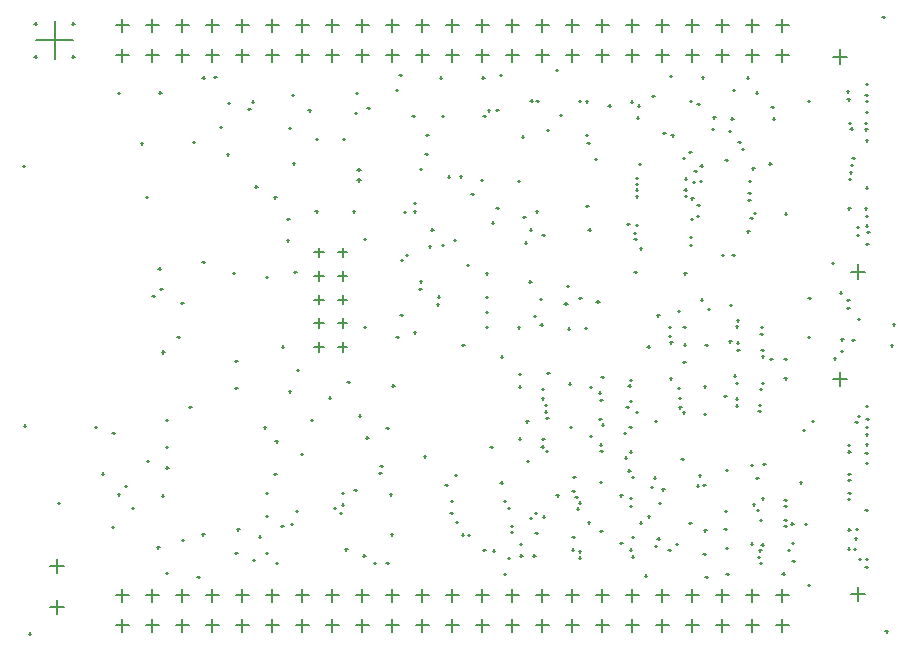
<source format=gbr>
%TF.GenerationSoftware,Altium Limited,Altium Designer,25.3.3 (18)*%
G04 Layer_Color=128*
%FSLAX45Y45*%
%MOMM*%
%TF.SameCoordinates,3F5801E6-D28E-45E5-A6F2-2741A7385EEC*%
%TF.FilePolarity,Positive*%
%TF.FileFunction,Drillmap*%
%TF.Part,Single*%
G01*
G75*
%TA.AperFunction,NonConductor*%
%ADD644C,0.12700*%
D644*
X8053000Y2275000D02*
X8173000D01*
X8113000Y2215000D02*
Y2335000D01*
X8203000Y455000D02*
X8323000D01*
X8263000Y395000D02*
Y515000D01*
X8053000Y5005000D02*
X8173000D01*
X8113000Y4945000D02*
Y5065000D01*
X8203000Y3185000D02*
X8323000D01*
X8263000Y3125000D02*
Y3245000D01*
X1977000Y190500D02*
X2087000D01*
X2032000Y135500D02*
Y245500D01*
X2231000Y190500D02*
X2341000D01*
X2286000Y135500D02*
Y245500D01*
X2485000Y190500D02*
X2595000D01*
X2540000Y135500D02*
Y245500D01*
X2739000Y190500D02*
X2849000D01*
X2794000Y135500D02*
Y245500D01*
X2993000Y190500D02*
X3103000D01*
X3048000Y135500D02*
Y245500D01*
X3247000Y190500D02*
X3357000D01*
X3302000Y135500D02*
Y245500D01*
X3501000Y190500D02*
X3611000D01*
X3556000Y135500D02*
Y245500D01*
X3755000Y190500D02*
X3865000D01*
X3810000Y135500D02*
Y245500D01*
X4009000Y190500D02*
X4119000D01*
X4064000Y135500D02*
Y245500D01*
X4263000Y190500D02*
X4373000D01*
X4318000Y135500D02*
Y245500D01*
X4517000Y190500D02*
X4627000D01*
X4572000Y135500D02*
Y245500D01*
X4771000Y190500D02*
X4881000D01*
X4826000Y135500D02*
Y245500D01*
X5025000Y190500D02*
X5135000D01*
X5080000Y135500D02*
Y245500D01*
X5279000Y190500D02*
X5389000D01*
X5334000Y135500D02*
Y245500D01*
X5533000Y190500D02*
X5643000D01*
X5588000Y135500D02*
Y245500D01*
X5787000Y190500D02*
X5897000D01*
X5842000Y135500D02*
Y245500D01*
X6041000Y190500D02*
X6151000D01*
X6096000Y135500D02*
Y245500D01*
X6295000Y190500D02*
X6405000D01*
X6350000Y135500D02*
Y245500D01*
X6549000Y190500D02*
X6659000D01*
X6604000Y135500D02*
Y245500D01*
X6803000Y190500D02*
X6913000D01*
X6858000Y135500D02*
Y245500D01*
X7057000Y190500D02*
X7167000D01*
X7112000Y135500D02*
Y245500D01*
X7311000Y190500D02*
X7421000D01*
X7366000Y135500D02*
Y245500D01*
X7565000Y190500D02*
X7675000D01*
X7620000Y135500D02*
Y245500D01*
X1977000Y444500D02*
X2087000D01*
X2032000Y389500D02*
Y499500D01*
X2231000Y444500D02*
X2341000D01*
X2286000Y389500D02*
Y499500D01*
X2485000Y444500D02*
X2595000D01*
X2540000Y389500D02*
Y499500D01*
X2739000Y444500D02*
X2849000D01*
X2794000Y389500D02*
Y499500D01*
X2993000Y444500D02*
X3103000D01*
X3048000Y389500D02*
Y499500D01*
X3247000Y444500D02*
X3357000D01*
X3302000Y389500D02*
Y499500D01*
X3501000Y444500D02*
X3611000D01*
X3556000Y389500D02*
Y499500D01*
X3755000Y444500D02*
X3865000D01*
X3810000Y389500D02*
Y499500D01*
X4009000Y444500D02*
X4119000D01*
X4064000Y389500D02*
Y499500D01*
X4263000Y444500D02*
X4373000D01*
X4318000Y389500D02*
Y499500D01*
X4517000Y444500D02*
X4627000D01*
X4572000Y389500D02*
Y499500D01*
X4771000Y444500D02*
X4881000D01*
X4826000Y389500D02*
Y499500D01*
X5025000Y444500D02*
X5135000D01*
X5080000Y389500D02*
Y499500D01*
X5279000Y444500D02*
X5389000D01*
X5334000Y389500D02*
Y499500D01*
X5533000Y444500D02*
X5643000D01*
X5588000Y389500D02*
Y499500D01*
X5787000Y444500D02*
X5897000D01*
X5842000Y389500D02*
Y499500D01*
X6041000Y444500D02*
X6151000D01*
X6096000Y389500D02*
Y499500D01*
X6295000Y444500D02*
X6405000D01*
X6350000Y389500D02*
Y499500D01*
X6549000Y444500D02*
X6659000D01*
X6604000Y389500D02*
Y499500D01*
X6803000Y444500D02*
X6913000D01*
X6858000Y389500D02*
Y499500D01*
X7057000Y444500D02*
X7167000D01*
X7112000Y389500D02*
Y499500D01*
X7311000Y444500D02*
X7421000D01*
X7366000Y389500D02*
Y499500D01*
X7565000Y444500D02*
X7675000D01*
X7620000Y389500D02*
Y499500D01*
X1977000Y5016500D02*
X2087000D01*
X2032000Y4961500D02*
Y5071500D01*
X2231000Y5016500D02*
X2341000D01*
X2286000Y4961500D02*
Y5071500D01*
X2485000Y5016500D02*
X2595000D01*
X2540000Y4961500D02*
Y5071500D01*
X2739000Y5016500D02*
X2849000D01*
X2794000Y4961500D02*
Y5071500D01*
X2993000Y5016500D02*
X3103000D01*
X3048000Y4961500D02*
Y5071500D01*
X3247000Y5016500D02*
X3357000D01*
X3302000Y4961500D02*
Y5071500D01*
X3501000Y5016500D02*
X3611000D01*
X3556000Y4961500D02*
Y5071500D01*
X3755000Y5016500D02*
X3865000D01*
X3810000Y4961500D02*
Y5071500D01*
X4009000Y5016500D02*
X4119000D01*
X4064000Y4961500D02*
Y5071500D01*
X4263000Y5016500D02*
X4373000D01*
X4318000Y4961500D02*
Y5071500D01*
X4517000Y5016500D02*
X4627000D01*
X4572000Y4961500D02*
Y5071500D01*
X4771000Y5016500D02*
X4881000D01*
X4826000Y4961500D02*
Y5071500D01*
X5025000Y5016500D02*
X5135000D01*
X5080000Y4961500D02*
Y5071500D01*
X5279000Y5016500D02*
X5389000D01*
X5334000Y4961500D02*
Y5071500D01*
X5533000Y5016500D02*
X5643000D01*
X5588000Y4961500D02*
Y5071500D01*
X5787000Y5016500D02*
X5897000D01*
X5842000Y4961500D02*
Y5071500D01*
X6041000Y5016500D02*
X6151000D01*
X6096000Y4961500D02*
Y5071500D01*
X6295000Y5016500D02*
X6405000D01*
X6350000Y4961500D02*
Y5071500D01*
X6549000Y5016500D02*
X6659000D01*
X6604000Y4961500D02*
Y5071500D01*
X6803000Y5016500D02*
X6913000D01*
X6858000Y4961500D02*
Y5071500D01*
X7057000Y5016500D02*
X7167000D01*
X7112000Y4961500D02*
Y5071500D01*
X7311000Y5016500D02*
X7421000D01*
X7366000Y4961500D02*
Y5071500D01*
X7565000Y5016500D02*
X7675000D01*
X7620000Y4961500D02*
Y5071500D01*
X1977000Y5270500D02*
X2087000D01*
X2032000Y5215500D02*
Y5325500D01*
X2231000Y5270500D02*
X2341000D01*
X2286000Y5215500D02*
Y5325500D01*
X2485000Y5270500D02*
X2595000D01*
X2540000Y5215500D02*
Y5325500D01*
X2739000Y5270500D02*
X2849000D01*
X2794000Y5215500D02*
Y5325500D01*
X2993000Y5270500D02*
X3103000D01*
X3048000Y5215500D02*
Y5325500D01*
X3247000Y5270500D02*
X3357000D01*
X3302000Y5215500D02*
Y5325500D01*
X3501000Y5270500D02*
X3611000D01*
X3556000Y5215500D02*
Y5325500D01*
X3755000Y5270500D02*
X3865000D01*
X3810000Y5215500D02*
Y5325500D01*
X4009000Y5270500D02*
X4119000D01*
X4064000Y5215500D02*
Y5325500D01*
X4263000Y5270500D02*
X4373000D01*
X4318000Y5215500D02*
Y5325500D01*
X4517000Y5270500D02*
X4627000D01*
X4572000Y5215500D02*
Y5325500D01*
X4771000Y5270500D02*
X4881000D01*
X4826000Y5215500D02*
Y5325500D01*
X5025000Y5270500D02*
X5135000D01*
X5080000Y5215500D02*
Y5325500D01*
X5279000Y5270500D02*
X5389000D01*
X5334000Y5215500D02*
Y5325500D01*
X5533000Y5270500D02*
X5643000D01*
X5588000Y5215500D02*
Y5325500D01*
X5787000Y5270500D02*
X5897000D01*
X5842000Y5215500D02*
Y5325500D01*
X6041000Y5270500D02*
X6151000D01*
X6096000Y5215500D02*
Y5325500D01*
X6295000Y5270500D02*
X6405000D01*
X6350000Y5215500D02*
Y5325500D01*
X6549000Y5270500D02*
X6659000D01*
X6604000Y5215500D02*
Y5325500D01*
X6803000Y5270500D02*
X6913000D01*
X6858000Y5215500D02*
Y5325500D01*
X7057000Y5270500D02*
X7167000D01*
X7112000Y5215500D02*
Y5325500D01*
X7311000Y5270500D02*
X7421000D01*
X7366000Y5215500D02*
Y5325500D01*
X7565000Y5270500D02*
X7675000D01*
X7620000Y5215500D02*
Y5325500D01*
X3860000Y2548000D02*
X3940000D01*
X3900000Y2508000D02*
Y2588000D01*
X3860000Y2748000D02*
X3940000D01*
X3900000Y2708000D02*
Y2788000D01*
X3860000Y2948000D02*
X3940000D01*
X3900000Y2908000D02*
Y2988000D01*
X3860000Y3148000D02*
X3940000D01*
X3900000Y3108000D02*
Y3187999D01*
X3860000Y3348000D02*
X3940000D01*
X3900000Y3308000D02*
Y3388000D01*
X3660000Y2548000D02*
X3740000D01*
X3700000Y2508000D02*
Y2588000D01*
X3660000Y2748000D02*
X3740000D01*
X3700000Y2708000D02*
Y2788000D01*
X3660000Y2948000D02*
X3740000D01*
X3700000Y2908000D02*
Y2988000D01*
X3660000Y3148000D02*
X3740000D01*
X3700000Y3108000D02*
Y3187999D01*
X3660000Y3348000D02*
X3740000D01*
X3700000Y3308000D02*
Y3388000D01*
X1300500Y5143500D02*
X1620500D01*
X1460500Y4983500D02*
Y5303500D01*
X1420000Y345000D02*
X1540000D01*
X1480000Y285000D02*
Y405000D01*
X1420000Y695000D02*
X1540000D01*
X1480000Y635000D02*
Y755000D01*
X8470000Y5340000D02*
X8490000D01*
X8480000Y5330000D02*
Y5350000D01*
X8495434Y138008D02*
X8515434D01*
X8505434Y128008D02*
Y148008D01*
X1240000Y120000D02*
X1260000D01*
X1250000Y110000D02*
Y130000D01*
X1200000Y1880000D02*
X1220000D01*
X1210000Y1870000D02*
Y1890000D01*
X1190000Y4080000D02*
X1210000D01*
X1200000Y4070000D02*
Y4090000D01*
X1608000Y5283500D02*
X1633000D01*
X1620500Y5271000D02*
Y5296000D01*
X1608000Y5003500D02*
X1633000D01*
X1620500Y4991000D02*
Y5016000D01*
X1288000Y5003500D02*
X1313000D01*
X1300500Y4991000D02*
Y5016000D01*
X1288000Y5283500D02*
X1313000D01*
X1300500Y5271000D02*
Y5296000D01*
X7230929Y2241556D02*
X7250929D01*
X7240929Y2231556D02*
Y2251556D01*
X7212160Y2303605D02*
X7232160D01*
X7222160Y2293605D02*
Y2313605D01*
X7140000Y4130000D02*
X7160000D01*
X7150000Y4120000D02*
Y4140000D01*
X7251104Y4282825D02*
X7271104D01*
X7261104Y4272825D02*
Y4292825D01*
X5235030Y1398108D02*
X5255030D01*
X5245030Y1388108D02*
Y1408108D01*
X8184093Y4442446D02*
X8204093D01*
X8194093Y4432446D02*
Y4452446D01*
X8198769Y4394648D02*
X8218769D01*
X8208769Y4384648D02*
Y4404648D01*
X8201155Y4088846D02*
X8221155D01*
X8211155Y4078846D02*
Y4098845D01*
X7325000Y3525000D02*
X7345000D01*
X7335000Y3515000D02*
Y3535000D01*
X6903922Y3746037D02*
X6923922D01*
X6913922Y3736037D02*
Y3756037D01*
X7109288Y3325269D02*
X7129288D01*
X7119288Y3315269D02*
Y3335269D01*
X6837227Y3410935D02*
X6857227D01*
X6847227Y3400935D02*
Y3420935D01*
X7368139Y4058678D02*
X7388139D01*
X7378139Y4048678D02*
Y4068678D01*
X7510656Y4099404D02*
X7530656D01*
X7520656Y4089404D02*
Y4109404D01*
X7280000Y4224024D02*
X7300000D01*
X7290000Y4214024D02*
Y4234024D01*
X7334231Y3790014D02*
X7354231D01*
X7344231Y3780014D02*
Y3800014D01*
X6921671Y3949987D02*
X6941671D01*
X6931671Y3939987D02*
Y3959987D01*
X7352427Y3638596D02*
X7372427D01*
X7362427Y3628596D02*
Y3648596D01*
X6778310Y4147500D02*
X6798310D01*
X6788310Y4137500D02*
Y4157500D01*
X6798750Y3972500D02*
X6818750D01*
X6808750Y3962500D02*
Y3982500D01*
X6034903Y4135789D02*
X6054903D01*
X6044903Y4125789D02*
Y4145789D01*
X6405725Y4094467D02*
X6425725D01*
X6415725Y4084467D02*
Y4104467D01*
X6308619Y3585892D02*
X6328619D01*
X6318619Y3575892D02*
Y3595892D01*
X6614225Y4358044D02*
X6634225D01*
X6624225Y4348044D02*
Y4368044D01*
X6878489Y4034141D02*
X6898489D01*
X6888489Y4024141D02*
Y4044141D01*
X6928426Y4082159D02*
X6948426D01*
X6938426Y4072159D02*
Y4092159D01*
X6864515Y3941800D02*
X6884515D01*
X6874515Y3931800D02*
Y3951800D01*
X6380801Y3979282D02*
X6400801D01*
X6390801Y3969282D02*
Y3989282D01*
X6379432Y3928233D02*
X6399432D01*
X6389432Y3918233D02*
Y3938233D01*
X6379152Y3878234D02*
X6399152D01*
X6389152Y3868234D02*
Y3888234D01*
X6382651Y3820726D02*
X6402651D01*
X6392651Y3810726D02*
Y3830726D01*
X6380368Y3579410D02*
X6400368D01*
X6390368Y3569410D02*
Y3589410D01*
X6794181Y3826477D02*
X6814181D01*
X6804181Y3816477D02*
Y3836477D01*
X7337745Y3949908D02*
X7357744D01*
X7347745Y3939908D02*
Y3959907D01*
X7335109Y3847507D02*
X7355109D01*
X7345109Y3837507D02*
Y3857507D01*
X7378744Y3682242D02*
X7398744D01*
X7388744Y3672242D02*
Y3692242D01*
X6792913Y3878659D02*
X6812913D01*
X6802913Y3868659D02*
Y3888659D01*
X6896429Y3655645D02*
X6916429D01*
X6906429Y3645645D02*
Y3665645D01*
X6851531Y3804879D02*
X6871531D01*
X6861531Y3794879D02*
Y3814879D01*
X6847500Y3632472D02*
X6867500D01*
X6857500Y3622472D02*
Y3642472D01*
X6367072Y3510077D02*
X6387072D01*
X6377072Y3500077D02*
Y3520077D01*
X6369912Y3458244D02*
X6389912D01*
X6379912Y3448244D02*
Y3468244D01*
X6415115Y3380763D02*
X6435115D01*
X6425115Y3370763D02*
Y3390763D01*
X6840392Y3479013D02*
X6860392D01*
X6850392Y3469013D02*
Y3489013D01*
X5300584Y1184630D02*
X5320584D01*
X5310584Y1174630D02*
Y1194630D01*
X5323995Y1030168D02*
X5343995D01*
X5333995Y1020168D02*
Y1040168D01*
X5324007Y980168D02*
X5344007D01*
X5334007Y970168D02*
Y990168D01*
X5532259Y972754D02*
X5552259D01*
X5542259Y962754D02*
Y982754D01*
X5526309Y1139368D02*
X5546309D01*
X5536309Y1129368D02*
Y1149368D01*
X5483139Y1097360D02*
X5503139D01*
X5493139Y1087360D02*
Y1107360D01*
X5265076Y1241599D02*
X5285076D01*
X5275076Y1231599D02*
Y1251599D01*
X6480986Y1111819D02*
X6500986D01*
X6490986Y1101819D02*
Y1121819D01*
X6348347Y1443955D02*
X6368347D01*
X6358347Y1433955D02*
Y1453955D01*
X6332677Y2267500D02*
X6352677D01*
X6342677Y2257500D02*
Y2277500D01*
X6319318Y2219318D02*
X6339318D01*
X6329318Y2209318D02*
Y2229318D01*
X6329316Y830684D02*
X6349316D01*
X6339316Y820684D02*
Y840684D01*
X6317098Y1500277D02*
X6337098D01*
X6327098Y1490277D02*
Y1510277D01*
X6534840Y1440914D02*
X6554840D01*
X6544840Y1430914D02*
Y1450914D01*
X6509012Y1363380D02*
X6529012D01*
X6519012Y1353380D02*
Y1373380D01*
X6330000Y1200000D02*
X6350000D01*
X6340000Y1190000D02*
Y1210000D01*
X6348075Y772333D02*
X6368075D01*
X6358075Y762333D02*
Y782333D01*
X6350226Y938720D02*
X6370226D01*
X6360226Y928720D02*
Y948720D01*
X6417969Y1060192D02*
X6437969D01*
X6427969Y1050192D02*
Y1070192D01*
X6330000Y1270000D02*
X6350000D01*
X6340000Y1260000D02*
Y1280000D01*
X6330000Y1660000D02*
X6350000D01*
X6340000Y1650000D02*
Y1670000D01*
X6076516Y1719997D02*
X6096516D01*
X6086516Y1709997D02*
Y1729997D01*
X6081832Y1666353D02*
X6101832D01*
X6091832Y1656353D02*
Y1676353D01*
X6091729Y1889729D02*
X6111729D01*
X6101729Y1879729D02*
Y1899729D01*
X6072317Y1936769D02*
X6092317D01*
X6082317Y1926769D02*
Y1946769D01*
X6280000Y1820000D02*
X6300000D01*
X6290000Y1810000D02*
Y1830000D01*
X6069641Y2160608D02*
X6089641D01*
X6079641Y2150608D02*
Y2170608D01*
X6089988Y2289995D02*
X6109988D01*
X6099988Y2279995D02*
Y2299995D01*
X6080000Y2100000D02*
X6100000D01*
X6090000Y2090000D02*
Y2110000D01*
X6330000Y2090000D02*
X6350000D01*
X6340000Y2080000D02*
Y2100000D01*
X6301611Y2039769D02*
X6321611D01*
X6311611Y2029769D02*
Y2049769D01*
X7414361Y770318D02*
X7434361D01*
X7424361Y760318D02*
Y780318D01*
X7623186Y627402D02*
X7643186D01*
X7633186Y617402D02*
Y637402D01*
X7433210Y715847D02*
X7453210D01*
X7443210Y705847D02*
Y725847D01*
X7700039Y884245D02*
X7720039D01*
X7710039Y874245D02*
Y894245D01*
X7444770Y873355D02*
X7464770D01*
X7454770Y863355D02*
Y883355D01*
X7427173Y823379D02*
X7447173D01*
X7437173Y813379D02*
Y833379D01*
X7357773Y881230D02*
X7377773D01*
X7367773Y871230D02*
Y891230D01*
X7670000Y830000D02*
X7690000D01*
X7680000Y820000D02*
Y840000D01*
X7640000Y1030000D02*
X7660000D01*
X7650000Y1020000D02*
Y1040000D01*
X7640000Y1080000D02*
X7660000D01*
X7650000Y1070000D02*
Y1090000D01*
X7400621Y1435631D02*
X7420621D01*
X7410621Y1425631D02*
Y1445631D01*
X7448773Y1264965D02*
X7468773D01*
X7458773Y1254965D02*
Y1274965D01*
X7375018Y1213176D02*
X7395017D01*
X7385017Y1203176D02*
Y1223176D01*
X7639561Y1200332D02*
X7659561D01*
X7649561Y1190332D02*
Y1210332D01*
X7640561Y1250322D02*
X7660561D01*
X7650561Y1240322D02*
Y1260322D01*
X7430000Y1080000D02*
X7450000D01*
X7440000Y1070000D02*
Y1090000D01*
X7429112Y2191143D02*
X7449112D01*
X7439112Y2181143D02*
Y2201143D01*
X7448939Y2238790D02*
X7468939D01*
X7458939Y2228790D02*
Y2248790D01*
X7422363Y2054452D02*
X7442363D01*
X7432363Y2044452D02*
Y2064452D01*
X7420295Y2003702D02*
X7440294D01*
X7430295Y1993702D02*
Y2013702D01*
X7230000Y2110000D02*
X7250000D01*
X7240000Y2100000D02*
Y2120000D01*
X7230000Y2050000D02*
X7250000D01*
X7240000Y2040000D02*
Y2060000D01*
X7239986Y2519995D02*
X7259985D01*
X7249985Y2509995D02*
Y2529995D01*
X7235099Y2582718D02*
X7255099D01*
X7245099Y2572718D02*
Y2592718D01*
X7445007Y2518799D02*
X7465007D01*
X7455007Y2508799D02*
Y2528799D01*
X7445922Y2466946D02*
X7465922D01*
X7455922Y2456946D02*
Y2476946D01*
X7173075Y2593718D02*
X7193075D01*
X7183075Y2583718D02*
Y2603718D01*
X7435931Y2654781D02*
X7455931D01*
X7445931Y2644781D02*
Y2664781D01*
X7442604Y2712784D02*
X7462604D01*
X7452604Y2702784D02*
Y2722784D01*
X7236253Y2770894D02*
X7256253D01*
X7246253Y2760894D02*
Y2780894D01*
X7230000Y2720000D02*
X7250000D01*
X7240000Y2710000D02*
Y2730000D01*
X7641751Y3676000D02*
X7661751D01*
X7651751Y3666000D02*
Y3686000D01*
X7200000Y3325000D02*
X7220000D01*
X7210000Y3315000D02*
Y3335000D01*
X8258795Y2781968D02*
X8278795D01*
X8268795Y2771968D02*
Y2791967D01*
X6791229Y3169430D02*
X6811229D01*
X6801229Y3159430D02*
Y3179430D01*
X5590865Y3493579D02*
X5610865D01*
X5600865Y3483580D02*
Y3503579D01*
X5902935Y2959168D02*
X5922935D01*
X5912935Y2949168D02*
Y2969168D01*
X2370667Y1287523D02*
X2390667D01*
X2380667Y1277523D02*
Y1297523D01*
X8559185Y2737375D02*
X8579185D01*
X8569185Y2727375D02*
Y2747375D01*
X8542500Y2559739D02*
X8562500D01*
X8552500Y2549739D02*
Y2569739D01*
X5629965Y4382866D02*
X5649965D01*
X5639965Y4372866D02*
Y4392866D01*
X5429190Y3644282D02*
X5449190D01*
X5439190Y3634282D02*
Y3654282D01*
X5533187Y3694652D02*
X5553187D01*
X5543187Y3684652D02*
Y3704652D01*
X6899461Y1373397D02*
X6919461D01*
X6909461Y1363397D02*
Y1383397D01*
X4589495Y1619981D02*
X4609494D01*
X4599494Y1609981D02*
Y1629980D01*
X4500000Y2670000D02*
X4520000D01*
X4510000Y2660000D02*
Y2680000D01*
X2340000Y3210000D02*
X2360000D01*
X2350000Y3200000D02*
Y3220000D01*
X8326372Y684779D02*
X8346372D01*
X8336372Y674779D02*
Y694779D01*
X3940000Y2250000D02*
X3960000D01*
X3950000Y2240000D02*
Y2260000D01*
X3785090Y2117655D02*
X3805090D01*
X3795090Y2107655D02*
Y2127655D01*
X3998448Y1334383D02*
X4018448D01*
X4008448Y1324383D02*
Y1344383D01*
X4099413Y1779007D02*
X4119413D01*
X4109413Y1769007D02*
Y1789007D01*
X5081511Y4826774D02*
X5101511D01*
X5091511Y4816774D02*
Y4836774D01*
X4721207Y4827546D02*
X4741207D01*
X4731207Y4817546D02*
Y4837546D01*
X5959054Y4625903D02*
X5979054D01*
X5969054Y4615903D02*
Y4635903D01*
X6573957Y1223066D02*
X6593957D01*
X6583957Y1213066D02*
Y1233066D01*
X3430000Y3630000D02*
X3450000D01*
X3440000Y3620000D02*
Y3640000D01*
X2990000Y2200000D02*
X3010000D01*
X3000000Y2190000D02*
Y2210000D01*
X2990000Y2430000D02*
X3010000D01*
X3000000Y2420000D02*
Y2440000D01*
X2400000Y1930000D02*
X2420000D01*
X2410000Y1920000D02*
Y1940000D01*
X2400000Y1700000D02*
X2420000D01*
X2410000Y1690000D02*
Y1710000D01*
X3544238Y1637718D02*
X3564238D01*
X3554238Y1627718D02*
Y1647718D01*
X6971659Y2564787D02*
X6991659D01*
X6981659Y2554787D02*
Y2574787D01*
X6564714Y923815D02*
X6584714D01*
X6574714Y913815D02*
Y933815D01*
X5574281Y2736198D02*
X5594281D01*
X5584281Y2726198D02*
Y2746198D01*
X5236126Y2465041D02*
X5256126D01*
X5246126Y2455041D02*
Y2475041D01*
X4296654Y1298722D02*
X4316654D01*
X4306654Y1288722D02*
Y1308722D01*
X4210000Y1480000D02*
X4230000D01*
X4220000Y1470000D02*
Y1490000D01*
Y1540000D02*
X4240000D01*
X4230000Y1530000D02*
Y1550000D01*
X4320000Y2220000D02*
X4340000D01*
X4330000Y2210000D02*
Y2230000D01*
X5381499Y3954002D02*
X5401499D01*
X5391499Y3944002D02*
Y3964002D01*
X5391082Y2210489D02*
X5411082D01*
X5401082Y2200489D02*
Y2220489D01*
X5391488Y1770850D02*
X5411488D01*
X5401488Y1760850D02*
Y1780850D01*
X5385309Y2711469D02*
X5405308D01*
X5395308Y2701469D02*
Y2721469D01*
X4354802Y2633201D02*
X4374802D01*
X4364802Y2623202D02*
Y2643201D01*
X5150000Y1700000D02*
X5170000D01*
X5160000Y1690000D02*
Y1710000D01*
X5453722Y1916669D02*
X5473722D01*
X5463722Y1906669D02*
Y1926668D01*
X5622761Y1943620D02*
X5642761D01*
X5632761Y1933620D02*
Y1953620D01*
X4740000Y3410000D02*
X4760000D01*
X4750000Y3400000D02*
Y3420000D01*
X4840000Y3450000D02*
X4860000D01*
X4850000Y3440000D02*
Y3460000D01*
X4950000Y3240000D02*
X4970000D01*
X4960000Y3230000D02*
Y3250000D01*
X4956787Y956458D02*
X4976787D01*
X4966787Y946458D02*
Y966458D01*
X4434097Y3326817D02*
X4454097D01*
X4444097Y3316817D02*
Y3336817D01*
X3129476Y4624019D02*
X3149476D01*
X3139476Y4614019D02*
Y4634019D01*
X2917766Y4177072D02*
X2937766D01*
X2927766Y4167072D02*
Y4187072D01*
X3100000Y4560000D02*
X3120000D01*
X3110000Y4550000D02*
Y4570000D01*
X3249994Y3139994D02*
X3269993D01*
X3259993Y3129994D02*
Y3149994D01*
X2970000Y3170001D02*
X2990000D01*
X2980000Y3160001D02*
Y3180000D01*
X2928364Y4609819D02*
X2948364D01*
X2938364Y4599819D02*
Y4619819D01*
X3382500Y2550000D02*
X3402500D01*
X3392500Y2540000D02*
Y2560000D01*
X4079577Y3458928D02*
X4099577D01*
X4089577Y3448928D02*
Y3468928D01*
X3489875Y3182500D02*
X3509875D01*
X3499875Y3172500D02*
Y3192500D01*
X4079999Y2717500D02*
X4099999D01*
X4089999Y2707500D02*
Y2727500D01*
X3510000Y2350000D02*
X3530000D01*
X3520000Y2340000D02*
Y2360000D01*
X2600279Y2037934D02*
X2620278D01*
X2610278Y2027934D02*
Y2047934D01*
X3443860Y2169371D02*
X3463859D01*
X3453859Y2159371D02*
Y2179371D01*
X4038113Y1964887D02*
X4058113D01*
X4048113Y1954887D02*
Y1974887D01*
X3229578Y1866066D02*
X3249578D01*
X3239578Y1856066D02*
Y1876066D01*
X3890347Y1212274D02*
X3910347D01*
X3900347Y1202274D02*
Y1222274D01*
X3380000Y1030000D02*
X3400000D01*
X3390000Y1020000D02*
Y1040000D01*
X2712076Y3263632D02*
X2732076D01*
X2722076Y3253632D02*
Y3273632D01*
X7407279Y1163852D02*
X7427279D01*
X7417279Y1153852D02*
Y1173852D01*
X8215547Y4147272D02*
X8235547D01*
X8225547Y4137272D02*
Y4157272D01*
X8186010Y3966066D02*
X8206010D01*
X8196010Y3956066D02*
Y3976066D01*
X8195223Y4024776D02*
X8215223D01*
X8205223Y4014776D02*
Y4034776D01*
X6952354Y1377731D02*
X6972354D01*
X6962354Y1367731D02*
Y1387731D01*
X7770000Y1400000D02*
X7790000D01*
X7780000Y1390000D02*
Y1410000D01*
X6915887Y1458315D02*
X6935887D01*
X6925887Y1448315D02*
Y1468315D01*
X7794298Y1845702D02*
X7814298D01*
X7804298Y1835702D02*
Y1855702D01*
X6782748Y2418006D02*
X6802748D01*
X6792748Y2408006D02*
Y2428006D01*
X6328042Y1867057D02*
X6348042D01*
X6338042Y1857057D02*
Y1877057D01*
X6540367Y1920716D02*
X6560367D01*
X6550367Y1910716D02*
Y1930716D01*
X6381872Y1995771D02*
X6401872D01*
X6391872Y1985771D02*
Y2005771D01*
X6480000Y2550000D02*
X6500000D01*
X6490000Y2540000D02*
Y2560000D01*
X6290000Y1610000D02*
X6310000D01*
X6300000Y1600000D02*
Y1620000D01*
X6540000Y860000D02*
X6560000D01*
X6550000Y850000D02*
Y870000D01*
X6658093Y828380D02*
X6678093D01*
X6668093Y818380D02*
Y838380D01*
X5400000Y880000D02*
X5420000D01*
X5410000Y870000D02*
Y890000D01*
X6459871Y611393D02*
X6479871D01*
X6469871Y601394D02*
Y621393D01*
X6971610Y601044D02*
X6991610D01*
X6981610Y591044D02*
Y611044D01*
X7149078Y624207D02*
X7169078D01*
X7159078Y614207D02*
Y634207D01*
X8213537Y2606359D02*
X8233537D01*
X8223537Y2596359D02*
Y2616359D01*
X8107549Y3006671D02*
X8127549D01*
X8117549Y2996671D02*
Y3016671D01*
X7707762Y736535D02*
X7727762D01*
X7717762Y726535D02*
Y746535D01*
X3249697Y1115924D02*
X3269697D01*
X3259697Y1105924D02*
Y1125924D01*
X6930000Y2947500D02*
X6950000D01*
X6940000Y2937500D02*
Y2957500D01*
X7842918Y2962686D02*
X7862918D01*
X7852918Y2952686D02*
Y2972686D01*
X8171422Y2878977D02*
X8191422D01*
X8181422Y2868977D02*
Y2888977D01*
X8171230Y2945002D02*
X8191230D01*
X8181230Y2935003D02*
Y2955002D01*
X7839778Y2631825D02*
X7859778D01*
X7849778Y2621825D02*
Y2641825D01*
X7870000Y1920000D02*
X7890000D01*
X7880000Y1910000D02*
Y1930000D01*
X7640000Y2280000D02*
X7660000D01*
X7650000Y2270000D02*
Y2290000D01*
X7640000Y2445000D02*
X7660000D01*
X7650000Y2435000D02*
Y2455000D01*
X7519112Y2444793D02*
X7539112D01*
X7529112Y2434793D02*
Y2454793D01*
X8121039Y2610196D02*
X8141039D01*
X8131039Y2600196D02*
Y2620196D01*
X8060000Y2450000D02*
X8080000D01*
X8070000Y2440000D02*
Y2460000D01*
X8120000Y2510000D02*
X8140000D01*
X8130000Y2500000D02*
Y2520000D01*
X8330407Y2047135D02*
X8350407D01*
X8340407Y2037135D02*
Y2057135D01*
X8264077Y1960350D02*
X8284077D01*
X8274077Y1950350D02*
Y1970350D01*
X8240991Y1910622D02*
X8260991D01*
X8250991Y1900622D02*
Y1920622D01*
X8333944Y1938175D02*
X8353944D01*
X8343944Y1928175D02*
Y1948175D01*
X8330906Y1869523D02*
X8350906D01*
X8340906Y1859523D02*
Y1879523D01*
X4490000Y4500000D02*
X4510000D01*
X4500000Y4490000D02*
Y4510000D01*
X5091347Y4503003D02*
X5111347D01*
X5101347Y4493003D02*
Y4513003D01*
X4741347Y4503003D02*
X4761347D01*
X4751347Y4493003D02*
Y4513003D01*
X4911347Y2563003D02*
X4931347D01*
X4921347Y2553003D02*
Y2573003D01*
X6721497Y875833D02*
X6741497D01*
X6731497Y865833D02*
Y885833D01*
X5618845Y1664897D02*
X5638845D01*
X5628845Y1654897D02*
Y1674897D01*
X5582089Y1702985D02*
X5602089D01*
X5592089Y1692985D02*
Y1712985D01*
X5631227Y2324889D02*
X5651227D01*
X5641227Y2314889D02*
Y2334889D01*
X5815260Y2235833D02*
X5835260D01*
X5825260Y2225833D02*
Y2245833D01*
X5610000Y2000000D02*
X5630000D01*
X5620000Y1990000D02*
Y2010000D01*
X5609286Y2054045D02*
X5629286D01*
X5619286Y2044045D02*
Y2064045D01*
X5972366Y4273059D02*
X5992366D01*
X5982366Y4263059D02*
Y4283059D01*
X8172685Y4642287D02*
X8192685D01*
X8182685Y4632287D02*
Y4652287D01*
X5980551Y3539929D02*
X6000551D01*
X5990551Y3529929D02*
Y3549929D01*
X5950045Y2706612D02*
X5970045D01*
X5960045Y2696612D02*
Y2716612D01*
X6563796Y2813468D02*
X6583796D01*
X6573796Y2803468D02*
Y2823468D01*
X7175789Y2899534D02*
X7195789D01*
X7185789Y2889534D02*
Y2909534D01*
X6784371Y2714635D02*
X6804371D01*
X6794371Y2704635D02*
Y2724635D01*
X6370000Y3180000D02*
X6390000D01*
X6380000Y3170000D02*
Y3190000D01*
X6939095Y4828738D02*
X6959095D01*
X6949095Y4818738D02*
Y4838738D01*
X7319264Y4827195D02*
X7339264D01*
X7329264Y4817195D02*
Y4837195D01*
X7840000Y4630000D02*
X7860000D01*
X7850000Y4620000D02*
Y4640000D01*
X6777656Y1992762D02*
X6797656D01*
X6787656Y1982762D02*
Y2002762D01*
X6670000Y2280001D02*
X6690000D01*
X6680000Y2270001D02*
Y2290001D01*
X5976360Y1060716D02*
X5996360D01*
X5986360Y1050716D02*
Y1070716D01*
X5898597Y763530D02*
X5918597D01*
X5908597Y753530D02*
Y773530D01*
X7461172Y1554359D02*
X7481172D01*
X7471172Y1544359D02*
Y1564359D01*
X6768295Y1595643D02*
X6788295D01*
X6778295Y1585644D02*
Y1605643D01*
X7354207Y1548600D02*
X7374207D01*
X7364207Y1538600D02*
Y1558600D01*
X6960983Y993664D02*
X6980983D01*
X6970983Y983664D02*
Y1003664D01*
X6833436Y1057733D02*
X6853436D01*
X6843436Y1047733D02*
Y1067733D01*
X7810000Y1050000D02*
X7830000D01*
X7820000Y1040000D02*
Y1060000D01*
X5884331Y1178451D02*
X5904331D01*
X5894331Y1168451D02*
Y1188451D01*
X5900706Y1229467D02*
X5920706D01*
X5910706Y1219467D02*
Y1239467D01*
X5870474Y1275444D02*
X5890474D01*
X5880474Y1265444D02*
Y1285444D01*
X5852353Y1446317D02*
X5872352D01*
X5862353Y1436317D02*
Y1456317D01*
X5710000Y1290000D02*
X5730000D01*
X5720000Y1280000D02*
Y1300000D01*
X4813740Y1240134D02*
X4833740D01*
X4823740Y1230134D02*
Y1250134D01*
X4812417Y1140418D02*
X4832417D01*
X4822417Y1130418D02*
Y1150418D01*
X4860496Y1065889D02*
X4880496D01*
X4870496Y1055889D02*
Y1075889D01*
X4906830Y958541D02*
X4926830D01*
X4916830Y948541D02*
Y968541D01*
X5297534Y757266D02*
X5317534D01*
X5307534Y747266D02*
Y767266D01*
X3505675Y1155029D02*
X3525675D01*
X3515675Y1145029D02*
Y1165029D01*
X2670532Y600491D02*
X2690532D01*
X2680532Y590491D02*
Y610491D01*
X6660672Y2714062D02*
X6680672D01*
X6670672Y2704062D02*
Y2724062D01*
X4850000Y1460000D02*
X4870000D01*
X4860000Y1450000D02*
Y1470000D01*
X5458170Y1578802D02*
X5478170D01*
X5468170Y1568802D02*
Y1588801D01*
X5962225Y3738184D02*
X5982225D01*
X5972225Y3728184D02*
Y3748184D01*
X8040000Y3260000D02*
X8060000D01*
X8050000Y3250000D02*
Y3270000D01*
X7840000Y530000D02*
X7860000D01*
X7850000Y520000D02*
Y540000D01*
X7131946Y1005659D02*
X7151946D01*
X7141946Y995659D02*
Y1015659D01*
X4770000Y1380000D02*
X4790000D01*
X4780000Y1370000D02*
Y1390000D01*
X3333313Y718731D02*
X3353313D01*
X3343313Y708731D02*
Y728731D01*
X4309500Y959500D02*
X4329500D01*
X4319500Y949500D02*
Y969500D01*
X3891347Y1308653D02*
X3911347D01*
X3901347Y1298653D02*
Y1318653D01*
X3250339Y800579D02*
X3270339D01*
X3260339Y790579D02*
Y810579D01*
X3460000Y1050000D02*
X3480000D01*
X3470000Y1040000D02*
Y1060000D01*
X3188847Y941388D02*
X3208847D01*
X3198847Y931388D02*
Y951388D01*
X2324569Y850000D02*
X2354569D01*
X2339569Y835000D02*
Y865000D01*
X2117080Y1183054D02*
X2137080D01*
X2127080Y1173054D02*
Y1193054D01*
X1950000Y1817392D02*
X1970000D01*
X1960000Y1807392D02*
Y1827392D01*
X5589722Y1768096D02*
X5609722D01*
X5599722Y1758096D02*
Y1778096D01*
X5587932Y2191787D02*
X5607932D01*
X5597932Y2181787D02*
Y2201787D01*
X5837336Y830870D02*
X5857336D01*
X5847336Y820870D02*
Y840870D01*
X5844327Y935673D02*
X5864327D01*
X5854327Y925673D02*
Y945673D01*
X5844999Y1325000D02*
X5864999D01*
X5854999Y1315000D02*
Y1335000D01*
X5992746Y1790909D02*
X6012746D01*
X6002746Y1780909D02*
Y1800909D01*
X5992746Y2210001D02*
X6012746D01*
X6002746Y2200001D02*
Y2220001D01*
X6953499Y795281D02*
X6973499D01*
X6963499Y785281D02*
Y805281D01*
X6740000Y2200000D02*
X6760000D01*
X6750000Y2190000D02*
Y2210000D01*
X6787500Y2566485D02*
X6807500D01*
X6797500Y2556485D02*
Y2576485D01*
X6740000Y2850000D02*
X6760000D01*
X6750000Y2840000D02*
Y2860000D01*
X6660000Y2640000D02*
X6680000D01*
X6670000Y2630000D02*
Y2650000D01*
X6672471Y2585249D02*
X6692471D01*
X6682471Y2575249D02*
Y2595249D01*
X7400000Y4700000D02*
X7420000D01*
X7410000Y4690000D02*
Y4710000D01*
X6903016Y4603016D02*
X6923016D01*
X6913016Y4593016D02*
Y4613016D01*
X5393661Y2315116D02*
X5413660D01*
X5403661Y2305116D02*
Y2325116D01*
X5112333Y2713076D02*
X5132333D01*
X5122333Y2703076D02*
Y2723076D01*
X2533568Y2919950D02*
X2553568D01*
X2543568Y2909950D02*
Y2929950D01*
X5804897Y2701733D02*
X5824897D01*
X5814897Y2691733D02*
Y2711733D01*
X6250000Y1290000D02*
X6270000D01*
X6260000Y1280000D02*
Y1300000D01*
X6250000Y887379D02*
X6270000D01*
X6260000Y877379D02*
Y897379D01*
X5821296Y1867204D02*
X5841296D01*
X5831296Y1857204D02*
Y1877204D01*
X6079273Y1402302D02*
X6099273D01*
X6089273Y1392302D02*
Y1412302D01*
X6080000Y990000D02*
X6100000D01*
X6090000Y980000D02*
Y1000000D01*
X5584827Y2111606D02*
X5604826D01*
X5594827Y2101606D02*
Y2121606D01*
X6045000Y2930000D02*
X6075000D01*
X6060000Y2915000D02*
Y2945000D01*
X7137500Y1156486D02*
X7157500D01*
X7147500Y1146486D02*
Y1166486D01*
X7142358Y1507069D02*
X7162358D01*
X7152358Y1497069D02*
Y1517069D01*
X7144477Y845000D02*
X7164477D01*
X7154477Y835000D02*
Y855000D01*
X6605000Y1340370D02*
X6625000D01*
X6615000Y1330370D02*
Y1350370D01*
X7130000Y2130000D02*
X7150000D01*
X7140000Y2120000D02*
Y2140000D01*
X6990924Y2869064D02*
X7010924D01*
X7000924Y2859064D02*
Y2879064D01*
X6960000Y2213213D02*
X6980000D01*
X6970000Y2203213D02*
Y2223213D01*
X8180000Y1660000D02*
X8200000D01*
X8190000Y1650000D02*
Y1670000D01*
X5593879Y1110165D02*
X5613879D01*
X5603879Y1100165D02*
Y1120165D01*
X7697500Y1050495D02*
X7717500D01*
X7707500Y1040496D02*
Y1060495D01*
X8340383Y3520454D02*
X8360383D01*
X8350383Y3510454D02*
Y3530454D01*
X4550639Y4052602D02*
X4570639D01*
X4560639Y4042602D02*
Y4062602D01*
X5570000Y2950000D02*
X5590000D01*
X5580000Y2940000D02*
Y2960000D01*
X5480000Y3100000D02*
X5500000D01*
X5490000Y3090000D02*
Y3110000D01*
X4630052Y3398326D02*
X4650052D01*
X4640052Y3388326D02*
Y3408326D01*
X5517472Y2810000D02*
X5537472D01*
X5527472Y2800000D02*
Y2820000D01*
X4890000Y3990000D02*
X4910000D01*
X4900000Y3980000D02*
Y4000000D01*
X4790000Y3989014D02*
X4810000D01*
X4800000Y3979014D02*
Y3999014D01*
X5485072Y3540833D02*
X5505072D01*
X5495072Y3530833D02*
Y3550833D01*
X4548761Y3037421D02*
X4568761D01*
X4558761Y3027421D02*
Y3047421D01*
X4389547Y3283233D02*
X4409547D01*
X4399547Y3273233D02*
Y3293233D01*
X4165870Y718223D02*
X4185870D01*
X4175870Y708223D02*
Y728223D01*
X2540432Y910944D02*
X2560432D01*
X2550432Y900944D02*
Y920944D01*
X3320000Y1470000D02*
X3340000D01*
X3330000Y1460000D02*
Y1480000D01*
X3330380Y1746653D02*
X3350380D01*
X3340380Y1736653D02*
Y1756653D01*
X2231823Y3817545D02*
X2251823D01*
X2241823Y3807545D02*
Y3827545D01*
X3158890Y3903603D02*
X3178890D01*
X3168890Y3893603D02*
Y3913603D01*
X3480000Y4100000D02*
X3500000D01*
X3490000Y4090000D02*
Y4110000D01*
X2366848Y2502839D02*
X2396848D01*
X2381848Y2487839D02*
Y2517839D01*
X3630000Y1930000D02*
X3650000D01*
X3640000Y1920000D02*
Y1940000D01*
X3007681Y1001305D02*
X3027681D01*
X3017681Y991305D02*
Y1011305D01*
X5774822Y2913968D02*
X5804822D01*
X5789822Y2898968D02*
Y2928967D01*
X4024453Y3961484D02*
X4054453D01*
X4039453Y3946484D02*
Y3976484D01*
X5800000Y3060000D02*
X5820000D01*
X5810000Y3050000D02*
Y3070000D01*
X5160000Y3600000D02*
X5180000D01*
X5170000Y3590000D02*
Y3610000D01*
X4024563Y4047198D02*
X4054563D01*
X4039563Y4032198D02*
Y4062198D01*
X4600000Y4180000D02*
X4620000D01*
X4610000Y4170000D02*
Y4190000D01*
X4989571Y3840468D02*
X5009571D01*
X4999571Y3830468D02*
Y3850468D01*
X7540000Y4480000D02*
X7560000D01*
X7550000Y4470000D02*
Y4490000D01*
X6955772Y1978753D02*
X6975772D01*
X6965772Y1968753D02*
Y1988753D01*
X1800833Y1870415D02*
X1820833D01*
X1810833Y1860415D02*
Y1880415D01*
X6839131Y4627216D02*
X6859131D01*
X6849131Y4617216D02*
Y4637216D01*
X6520000Y4670000D02*
X6540000D01*
X6530000Y4660000D02*
Y4680000D01*
X6400000Y4590000D02*
X6420000D01*
X6410000Y4580000D02*
Y4600000D01*
X6388170Y4489057D02*
X6408170D01*
X6398170Y4479057D02*
Y4499057D01*
X3921452Y832573D02*
X3941452D01*
X3931452Y822573D02*
Y842573D01*
X6682653Y4336911D02*
X6702653D01*
X6692653Y4326911D02*
Y4346911D01*
X7169667Y4373121D02*
X7189667D01*
X7179667Y4363121D02*
Y4383121D01*
X7037500Y4490000D02*
X7057500D01*
X7047500Y4480000D02*
Y4500000D01*
X7190000Y4480000D02*
X7210000D01*
X7200000Y4470000D02*
Y4490000D01*
X5958082Y4340141D02*
X5978082D01*
X5968082Y4330141D02*
Y4350141D01*
X5740000Y4510000D02*
X5760000D01*
X5750000Y4500000D02*
Y4520000D01*
X5414918Y4327451D02*
X5434918D01*
X5424918Y4317451D02*
Y4337451D01*
X5070000Y3960000D02*
X5090000D01*
X5080000Y3950000D02*
Y3970000D01*
X6834695Y4195084D02*
X6854695D01*
X6844695Y4185084D02*
Y4205084D01*
X4350000Y4721722D02*
X4370000D01*
X4360000Y4711722D02*
Y4731722D01*
X5898991Y4626532D02*
X5918991D01*
X5908991Y4616532D02*
Y4636532D01*
X6150000Y4590000D02*
X6170000D01*
X6160000Y4580000D02*
Y4600000D01*
X7200790Y4721611D02*
X7220790D01*
X7210790Y4711611D02*
Y4731611D01*
X7530000Y4580000D02*
X7550000D01*
X7540000Y4570000D02*
Y4590000D01*
X5540000Y4630000D02*
X5560000D01*
X5550000Y4620000D02*
Y4640000D01*
X5489863Y4632256D02*
X5509862D01*
X5499863Y4622256D02*
Y4642256D01*
X5131408Y4549718D02*
X5151408D01*
X5141408Y4539718D02*
Y4559718D01*
X5199939Y4555019D02*
X5219939D01*
X5209939Y4545019D02*
Y4565019D01*
X5898557Y814952D02*
X5918557D01*
X5908557Y804952D02*
Y824952D01*
X4110000Y4570000D02*
X4130000D01*
X4120000Y4560000D02*
Y4580000D01*
X6670000Y4840000D02*
X6690000D01*
X6680000Y4830000D02*
Y4850000D01*
X5230000D02*
X5250000D01*
X5240000Y4840000D02*
Y4860000D01*
X4380000Y4850000D02*
X4400000D01*
X4390000Y4840000D02*
Y4860000D01*
X3610000Y4550000D02*
X3630000D01*
X3620000Y4540000D02*
Y4560000D01*
X4012208Y4695489D02*
X4032208D01*
X4022208Y4685489D02*
Y4705489D01*
X4000000Y4530000D02*
X4020000D01*
X4010000Y4520000D02*
Y4540000D01*
X5703689Y4890134D02*
X5723689D01*
X5713689Y4880135D02*
Y4900134D01*
X7025770Y4389633D02*
X7045770D01*
X7035770Y4379633D02*
Y4399633D01*
X6341000Y4624083D02*
X6361000D01*
X6351000Y4614083D02*
Y4634083D01*
X4073501Y779788D02*
X4093501D01*
X4083501Y769788D02*
Y789788D01*
X2711526Y4827756D02*
X2731526D01*
X2721526Y4817756D02*
Y4837756D01*
X2811915Y4830749D02*
X2831915D01*
X2821915Y4820749D02*
Y4840749D01*
X1946782Y1021469D02*
X1966782D01*
X1956782Y1011469D02*
Y1031469D01*
X1862100Y1474775D02*
X1882100D01*
X1872100Y1464775D02*
Y1484775D01*
X3138932Y742512D02*
X3158932D01*
X3148932Y732512D02*
Y752512D01*
X3825270Y1182957D02*
X3845270D01*
X3835270Y1172957D02*
Y1192957D01*
X3875916Y1140456D02*
X3895916D01*
X3885916Y1130456D02*
Y1150456D01*
X4269925Y716551D02*
X4289925D01*
X4279925Y706551D02*
Y726551D01*
X6743371Y2114523D02*
X6763371D01*
X6753371Y2104523D02*
Y2124523D01*
X6749394Y2034384D02*
X6769394D01*
X6759394Y2024384D02*
Y2044384D01*
X4500801Y3693668D02*
X4520801D01*
X4510801Y3683668D02*
Y3703668D01*
X4500639Y3765770D02*
X4520639D01*
X4510639Y3755770D02*
Y3775770D01*
X4703598Y2973046D02*
X4723598D01*
X4713598Y2963046D02*
Y2983046D01*
X4699536Y2907273D02*
X4719536D01*
X4709536Y2897273D02*
Y2917273D01*
X4552262Y3101914D02*
X4572262D01*
X4562262Y3091914D02*
Y3111914D01*
X5090000Y830000D02*
X5110000D01*
X5100000Y820000D02*
Y840000D01*
X5512500Y780000D02*
X5532500D01*
X5522500Y770000D02*
Y790000D01*
X5402500Y780000D02*
X5422500D01*
X5412500Y770000D02*
Y790000D01*
X5168937Y821950D02*
X5188937D01*
X5178937Y811950D02*
Y831950D01*
X4420000Y3690000D02*
X4440000D01*
X4430000Y3680000D02*
Y3700000D01*
X5263930Y624879D02*
X5283929D01*
X5273930Y614879D02*
Y634879D01*
X8170000Y4710000D02*
X8190000D01*
X8180000Y4700000D02*
Y4720000D01*
X8253173Y3560225D02*
X8273173D01*
X8263173Y3550225D02*
Y3570225D01*
X8252746Y3497006D02*
X8272746D01*
X8262746Y3487006D02*
Y3507006D01*
X8332706Y3417398D02*
X8352706D01*
X8342706Y3407398D02*
Y3427398D01*
X8328790Y3573566D02*
X8348790D01*
X8338790Y3563566D02*
Y3583566D01*
X8227078Y837239D02*
X8247078D01*
X8237078Y827239D02*
Y847239D01*
X8269247Y752676D02*
X8289247D01*
X8279247Y742676D02*
Y762676D01*
X8234326Y924809D02*
X8254326D01*
X8244326Y914809D02*
Y934809D01*
X8244941Y1004912D02*
X8264941D01*
X8254941Y994912D02*
Y1014912D01*
X8330000Y750000D02*
X8350000D01*
X8340000Y740000D02*
Y760000D01*
X8176743Y839696D02*
X8196743D01*
X8186743Y829696D02*
Y849696D01*
X8329121Y4628445D02*
X8349120D01*
X8339120Y4618445D02*
Y4638445D01*
X8180097Y1000173D02*
X8200097D01*
X8190097Y990173D02*
Y1010173D01*
X8326335Y1164376D02*
X8346335D01*
X8336335Y1154376D02*
Y1174376D01*
X8329832Y1564061D02*
X8349832D01*
X8339832Y1554061D02*
Y1574061D01*
X8325876Y1646753D02*
X8345876D01*
X8335876Y1636753D02*
Y1656753D01*
X8329173Y1805640D02*
X8349173D01*
X8339173Y1795640D02*
Y1815640D01*
X8329531Y3655497D02*
X8349531D01*
X8339531Y3645497D02*
Y3665497D01*
X8329531Y3895251D02*
X8349531D01*
X8339531Y3885251D02*
Y3905251D01*
X8330000Y4775000D02*
X8350000D01*
X8340000Y4765000D02*
Y4785000D01*
X8326858Y4295000D02*
X8346858D01*
X8336858Y4285000D02*
Y4305000D01*
X8328650Y4535000D02*
X8348650D01*
X8338650Y4525000D02*
Y4545000D01*
X8178231Y1717282D02*
X8198230D01*
X8188231Y1707282D02*
Y1727282D01*
X8328507Y1721834D02*
X8348507D01*
X8338507Y1711834D02*
Y1731834D01*
X8180960Y1472841D02*
X8200960D01*
X8190960Y1462841D02*
Y1482841D01*
X8180000Y1420000D02*
X8200000D01*
X8190000Y1410000D02*
Y1430000D01*
X8181135Y1312606D02*
X8201135D01*
X8191135Y1302606D02*
Y1322606D01*
X8175072Y1261180D02*
X8195072D01*
X8185072Y1251180D02*
Y1271180D01*
X8325341Y4680295D02*
X8345341D01*
X8335341Y4670295D02*
Y4690295D01*
X8323828Y4389101D02*
X8343828D01*
X8333828Y4379101D02*
Y4399101D01*
X8323073Y4441828D02*
X8343073D01*
X8333073Y4431828D02*
Y4451828D01*
X8180000Y3720000D02*
X8200000D01*
X8190000Y3710000D02*
Y3730000D01*
X8320000Y3720000D02*
X8340000D01*
X8330000Y3710000D02*
Y3730000D01*
X4650000Y3540000D02*
X4670000D01*
X4660000Y3530000D02*
Y3550000D01*
X5442481Y3430081D02*
X5462481D01*
X5452481Y3420081D02*
Y3440080D01*
X5201075Y3725690D02*
X5221075D01*
X5211075Y3715690D02*
Y3735690D01*
X4607952Y4340233D02*
X4627952D01*
X4617952Y4330233D02*
Y4350233D01*
X5112086Y2843916D02*
X5132086D01*
X5122086Y2833916D02*
Y2853916D01*
X5112718Y3168584D02*
X5132718D01*
X5122718Y3158584D02*
Y3178584D01*
X5110000Y2970000D02*
X5130000D01*
X5120000Y2960000D02*
Y2980000D01*
X4389284Y2814947D02*
X4409284D01*
X4399284Y2804947D02*
Y2824947D01*
X1997255Y4699313D02*
X2017255D01*
X2007255Y4689313D02*
Y4709313D01*
X2346010Y4700798D02*
X2366010D01*
X2356010Y4690798D02*
Y4710798D01*
X3470000Y4680000D02*
X3490000D01*
X3480000Y4670000D02*
Y4690000D01*
X3445458Y4401433D02*
X3465458D01*
X3455458Y4391433D02*
Y4411433D01*
X3669868Y4307891D02*
X3689868D01*
X3679868Y4297891D02*
Y4317891D01*
X3985327Y3694868D02*
X4005327D01*
X3995327Y3684868D02*
Y3704868D01*
X3669400Y3694491D02*
X3689400D01*
X3679400Y3684491D02*
Y3704491D01*
X3900010Y4305052D02*
X3920010D01*
X3910010Y4295052D02*
Y4315052D01*
X2862337Y4410493D02*
X2882337D01*
X2872337Y4400493D02*
Y4420493D01*
X2189302Y4269783D02*
X2209302D01*
X2199302Y4259783D02*
Y4279783D01*
X2629251Y4282943D02*
X2649250D01*
X2639250Y4272943D02*
Y4292943D01*
X3319814Y3813335D02*
X3339814D01*
X3329814Y3803335D02*
Y3823335D01*
X3427287Y3448980D02*
X3447287D01*
X3437287Y3438980D02*
Y3458980D01*
X4270000Y1860000D02*
X4290000D01*
X4280000Y1850000D02*
Y1870000D01*
X3249728Y1310946D02*
X3269728D01*
X3259728Y1300946D02*
Y1320946D01*
X2710000Y960000D02*
X2730000D01*
X2720000Y950000D02*
Y970000D01*
X2990433Y801168D02*
X3010433D01*
X3000433Y791168D02*
Y811168D01*
X2399956Y630605D02*
X2419956D01*
X2409956Y620605D02*
Y640605D01*
X1489738Y1226361D02*
X1509738D01*
X1499738Y1216361D02*
Y1236360D01*
X2054939Y1368211D02*
X2074939D01*
X2064939Y1358211D02*
Y1378211D01*
X1998492Y1298202D02*
X2018492D01*
X2008492Y1288202D02*
Y1308202D01*
X2240000Y1580000D02*
X2260000D01*
X2250000Y1570000D02*
Y1590000D01*
X2405559Y1525693D02*
X2425559D01*
X2415559Y1515693D02*
Y1535693D01*
X2500000Y2630000D02*
X2520000D01*
X2510000Y2620000D02*
Y2640000D01*
X2289407Y2977139D02*
X2309407D01*
X2299407Y2967139D02*
Y2987139D01*
X2355367Y3034777D02*
X2375367D01*
X2365367Y3024777D02*
Y3044776D01*
%TF.MD5,154f4b08fde02ef99e31d47d735f54e8*%
M02*

</source>
